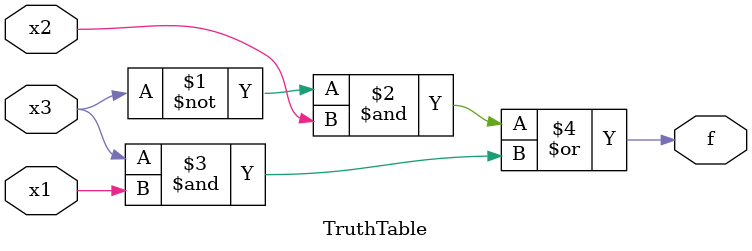
<source format=v>
module TruthTable (
    input x3,
    input x2,
    input x1,  // three inputs
    output f   // one output
);
    // based on truth table: assign f = (~x3 & x2) | (x3 & x1); 
    // can be further simplified to mux: f = x3 ? x1 : x2;
    assign f = (~x3 & x2) | (x3 & x1);
endmodule
</source>
